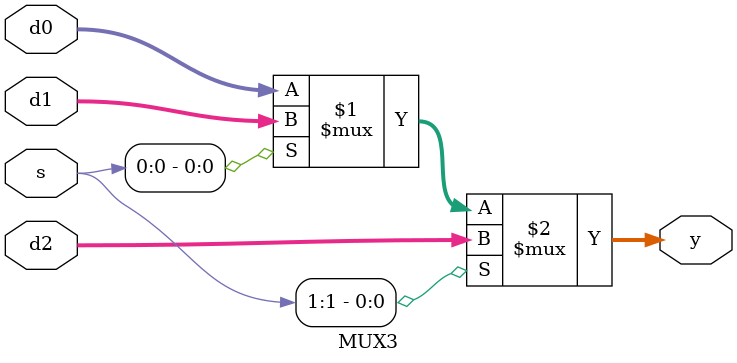
<source format=v>
module MUX2 #(parameter WIDTH = 8)
             (input  [WIDTH-1:0] d0, d1, 
              input              s, 
              output [WIDTH-1:0] y);

  assign y = s ? d1 : d0; 
  
endmodule

module MUX3 #(parameter WIDTH = 8)
             (input  [WIDTH-1:0] d0, d1, d2,
              input  [1:0]       s, 
              output [WIDTH-1:0] y);

  assign y = s[1] ? d2 : (s[0] ? d1 : d0); 
  
endmodule
</source>
